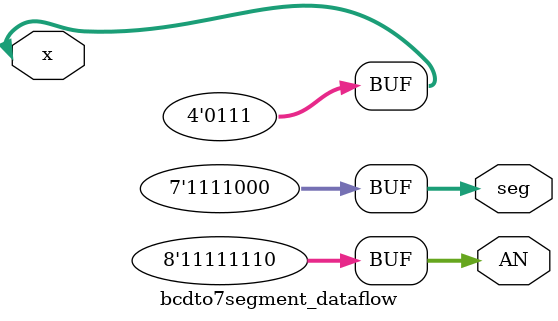
<source format=v>
`timescale 1ns / 1ps


module bcdto7segment_dataflow(
    input [3:0] x,
    output [7:0] AN,
    output [6:0] seg
    );
   
    assign AN = 8'b11111110;
    assign x = 4'b0111; // x = 7
    
    
    assign seg[0]=(x[0]&~x[1]&~x[2]&~x[3])|(~x[0]&~x[1]&x[2]&~x[3]);
    assign seg[1]=(~x[0]&x[1]&x[2])|(x[0]&~x[1]&x[2]);
    assign seg[2]=~x[0]&x[1]&~x[2]&~x[3];
    assign seg[3]=(x[0]&~x[1]&~x[2]&~x[3])|(~x[0]&~x[1]&x[2]&~x[3])|(x[0]&x[1]&x[2]&~x[3]);
    assign seg[4]=(~x[1]&x[2])|x[0];
    assign seg[5]=(x[0]&x[1])|(x[1]&~x[2]&~x[3])|(x[0]&~x[2]&~x[3]);
    assign seg[6]=(~x[1]&~x[2]&~x[3])|(x[0]&x[1]&x[2]&~x[3]);
    
endmodule

</source>
